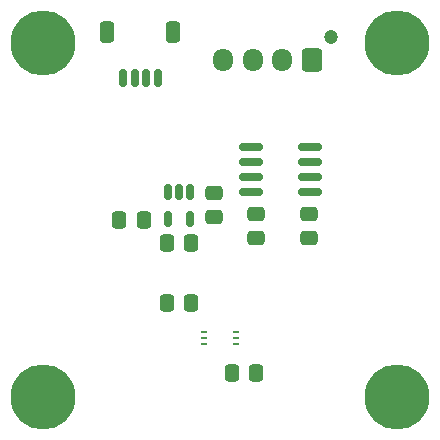
<source format=gts>
%TF.GenerationSoftware,KiCad,Pcbnew,7.0.1-0*%
%TF.CreationDate,2023-04-01T23:00:14-04:00*%
%TF.ProjectId,Turbidometer,54757262-6964-46f6-9d65-7465722e6b69,rev?*%
%TF.SameCoordinates,Original*%
%TF.FileFunction,Soldermask,Top*%
%TF.FilePolarity,Negative*%
%FSLAX46Y46*%
G04 Gerber Fmt 4.6, Leading zero omitted, Abs format (unit mm)*
G04 Created by KiCad (PCBNEW 7.0.1-0) date 2023-04-01 23:00:14*
%MOMM*%
%LPD*%
G01*
G04 APERTURE LIST*
G04 Aperture macros list*
%AMRoundRect*
0 Rectangle with rounded corners*
0 $1 Rounding radius*
0 $2 $3 $4 $5 $6 $7 $8 $9 X,Y pos of 4 corners*
0 Add a 4 corners polygon primitive as box body*
4,1,4,$2,$3,$4,$5,$6,$7,$8,$9,$2,$3,0*
0 Add four circle primitives for the rounded corners*
1,1,$1+$1,$2,$3*
1,1,$1+$1,$4,$5*
1,1,$1+$1,$6,$7*
1,1,$1+$1,$8,$9*
0 Add four rect primitives between the rounded corners*
20,1,$1+$1,$2,$3,$4,$5,0*
20,1,$1+$1,$4,$5,$6,$7,0*
20,1,$1+$1,$6,$7,$8,$9,0*
20,1,$1+$1,$8,$9,$2,$3,0*%
G04 Aperture macros list end*
%ADD10RoundRect,0.150000X0.150000X0.625000X-0.150000X0.625000X-0.150000X-0.625000X0.150000X-0.625000X0*%
%ADD11RoundRect,0.250000X0.350000X0.650000X-0.350000X0.650000X-0.350000X-0.650000X0.350000X-0.650000X0*%
%ADD12C,5.500000*%
%ADD13RoundRect,0.150000X0.825000X0.150000X-0.825000X0.150000X-0.825000X-0.150000X0.825000X-0.150000X0*%
%ADD14RoundRect,0.250000X0.337500X0.475000X-0.337500X0.475000X-0.337500X-0.475000X0.337500X-0.475000X0*%
%ADD15R,0.550000X0.250000*%
%ADD16RoundRect,0.250000X-0.475000X0.337500X-0.475000X-0.337500X0.475000X-0.337500X0.475000X0.337500X0*%
%ADD17RoundRect,0.250000X-0.337500X-0.475000X0.337500X-0.475000X0.337500X0.475000X-0.337500X0.475000X0*%
%ADD18RoundRect,0.150000X-0.150000X0.512500X-0.150000X-0.512500X0.150000X-0.512500X0.150000X0.512500X0*%
%ADD19C,1.200000*%
%ADD20RoundRect,0.250000X0.600000X0.725000X-0.600000X0.725000X-0.600000X-0.725000X0.600000X-0.725000X0*%
%ADD21O,1.700000X1.950000*%
G04 APERTURE END LIST*
D10*
%TO.C,J1*%
X99750000Y-50500000D03*
X98750000Y-50500000D03*
X97750000Y-50500000D03*
X96750000Y-50500000D03*
D11*
X101050000Y-46625000D03*
X95450000Y-46625000D03*
%TD*%
D12*
%TO.C,H2*%
X120000000Y-47500000D03*
%TD*%
D13*
%TO.C,IC2*%
X112575000Y-60155000D03*
X112575000Y-58885000D03*
X112575000Y-57615000D03*
X112575000Y-56345000D03*
X107625000Y-56345000D03*
X107625000Y-57615000D03*
X107625000Y-58885000D03*
X107625000Y-60155000D03*
%TD*%
D14*
%TO.C,C2*%
X102537500Y-64500000D03*
X100462500Y-64500000D03*
%TD*%
D15*
%TO.C,IC1*%
X103625000Y-72000000D03*
X103625000Y-72500000D03*
X103625000Y-73000000D03*
X106375000Y-73000000D03*
X106375000Y-72500000D03*
X106375000Y-72000000D03*
%TD*%
D12*
%TO.C,H1*%
X90000000Y-47500000D03*
%TD*%
D16*
%TO.C,C5*%
X108000000Y-61962500D03*
X108000000Y-64037500D03*
%TD*%
%TO.C,C4*%
X112500000Y-61962500D03*
X112500000Y-64037500D03*
%TD*%
D17*
%TO.C,C6*%
X105962500Y-75500000D03*
X108037500Y-75500000D03*
%TD*%
D12*
%TO.C,H4*%
X120000000Y-77500000D03*
%TD*%
D14*
%TO.C,C7*%
X102537500Y-69500000D03*
X100462500Y-69500000D03*
%TD*%
D18*
%TO.C,U1*%
X102450000Y-60112500D03*
X101500000Y-60112500D03*
X100550000Y-60112500D03*
X100550000Y-62387500D03*
X102450000Y-62387500D03*
%TD*%
D16*
%TO.C,C1*%
X104500000Y-60212500D03*
X104500000Y-62287500D03*
%TD*%
D12*
%TO.C,H3*%
X90000000Y-77500000D03*
%TD*%
D19*
%TO.C,J2*%
X114350000Y-47000000D03*
D20*
X112750000Y-49000000D03*
D21*
X110250000Y-49000000D03*
X107750000Y-49000000D03*
X105250000Y-49000000D03*
%TD*%
D14*
%TO.C,C3*%
X98537500Y-62500000D03*
X96462500Y-62500000D03*
%TD*%
M02*

</source>
